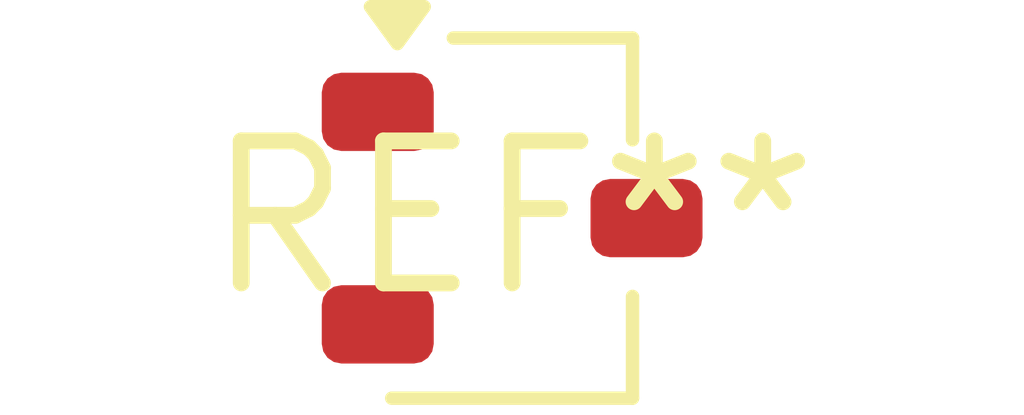
<source format=kicad_pcb>
(kicad_pcb (version 20240108) (generator pcbnew)
  (layers (0 "F.Cu" signal) (31 "B.Cu" signal) (34 "B.Paste" user) (35 "F.Paste" user) (36 "B.SilkS" user "B.Silkscreen") (37 "F.SilkS" user "F.Silkscreen") (38 "B.Mask" user) (39 "F.Mask" user) (44 "Edge.Cuts" user))
  (net 0 "")
  (footprint "SOT-23W" (layer "F.Cu") (at 0 0)
    (property "Reference" "REF**")
    (property "Value" "SOT-23W")
    (fp_line (start -1.075 1.61) (end 1.075 1.61) (layer "F.SilkS") (stroke (width 0.12)))
    (fp_line (start -0.525 -1.61) (end 1.075 -1.61) (layer "F.SilkS") (stroke (width 0.12)))
    (fp_line (start 1.075 -1.61) (end 1.075 -0.7) (layer "F.SilkS") (stroke (width 0.12)))
    (fp_line (start 1.075 0.7) (end 1.075 1.61) (layer "F.SilkS") (stroke (width 0.12)))
    (fp_poly (pts (xy -1.025 -1.56) (xy -1.265 -1.89) (xy -0.785 -1.89) (xy -1.025 -1.56)) (layer "F.SilkS") (stroke (width 0.12)) (fill solid))
    (pad "1" smd roundrect (at -1.2 -0.95) (size 1 0.7) (layers "F.Cu" "F.Paste" "F.Mask"))
    (pad "2" smd roundrect (at -1.2 0.95) (size 1 0.7) (layers "F.Cu" "F.Paste" "F.Mask"))
    (pad "3" smd roundrect (at 1.2 0) (size 1 0.7) (layers "F.Cu" "F.Paste" "F.Mask"))
  )
)
</source>
